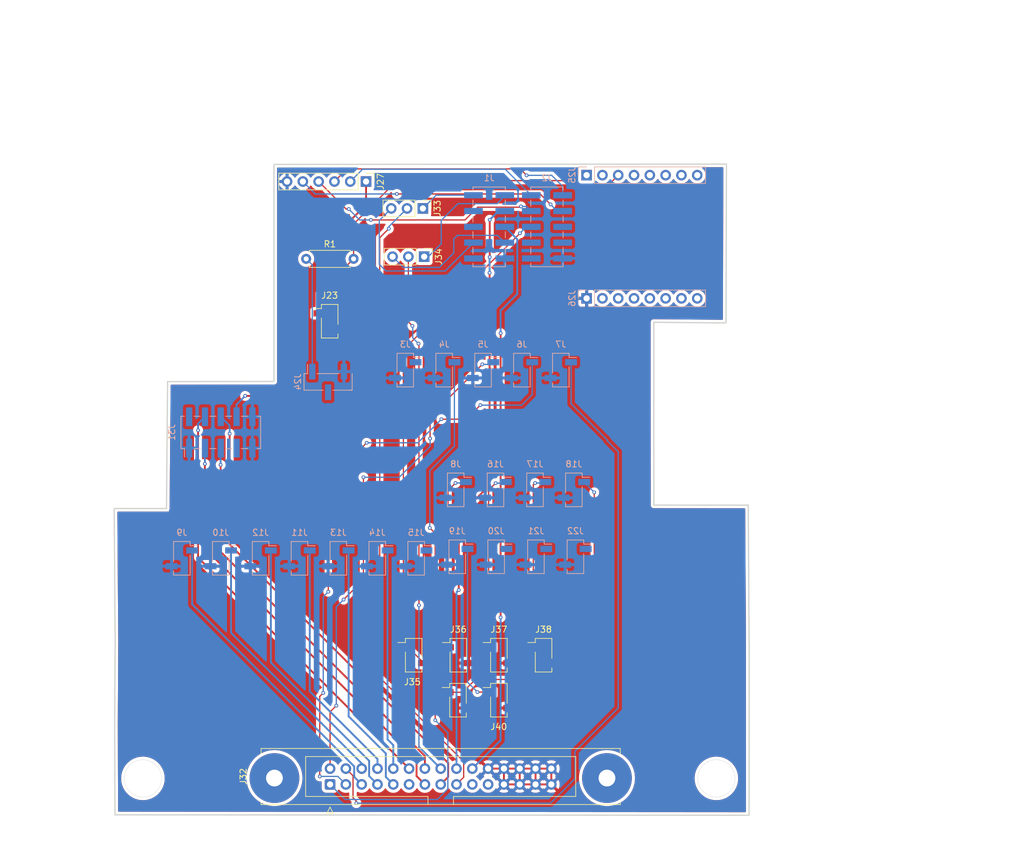
<source format=kicad_pcb>
(kicad_pcb (version 20240108) (generator "pcbnew") (generator_version "8.0")
  (layers (0 "F.Cu" signal) (31 "B.Cu" signal) (34 "B.Paste" user) (35 "F.Paste" user) (36 "B.SilkS" user "B.Silkscreen") (37 "F.SilkS" user "F.Silkscreen") (38 "B.Mask" user) (39 "F.Mask" user) (44 "Edge.Cuts" user))
  (net 0 "")
  (net 1 "/SERVO_1")
  (net 2 "/SERVO_0")
  (net 3 "/SERVO_7")
  (net 4 "/SERVO_6")
  (net 5 "GND")
  (net 6 "/SERVO_4")
  (net 7 "/SERVO_5")
  (net 8 "/5V")
  (net 9 "/SERVO_3")
  (net 10 "/SERVO_2")
  (net 11 "/PC5")
  (net 12 "/C_UV")
  (net 13 "/PC15")
  (net 15 "/M_Fan")
  (net 16 "/C_LED")
  (net 17 "/BED_SEL")
  (net 18 "/PB2")
  (net 19 "/C_HEPA")
  (net 20 "/B_T")
  (net 21 "/EX0_T")
  (net 22 "/EX1_T")
  (net 23 "/EX2_T")
  (net 24 "/EX3_T")
  (net 25 "Net-(J24-Pin_1)")
  (net 29 "/3v3")
  (net 30 "/PG8")
  (net 31 "/CT_Pin")
  (net 32 "/PB13")
  (net 33 "/PC3")
  (net 34 "/PG7")
  (net 35 "/PB12")
  (net 37 "/PD8")
  (net 38 "/PD9")
  (net 39 "/PD7")
  (net 41 "/PD10")
  (net 42 "/CL_0")
  (net 43 "/CL_2")
  (net 44 "/CL_3")
  (net 45 "/CL_1")
  (net 46 "/HSEL2")
  (net 47 "/HSEL6")
  (net 48 "/HSEL5")
  (net 49 "/SERVO_S2")
  (net 50 "/HSEL4")
  (net 51 "/SERVO_S1")
  (net 52 "/HSEL0")
  (net 54 "/HSEL3")
  (net 55 "/HSEL1")
  (net 57 "/X_MIN")
  (net 58 "/Y_MIN")
  (net 59 "/Z_MIN")
  (net 60 "/I_MIN")
  (net 61 "/J_MIN")
  (net 62 "/K_MIN")
  (net 63 "/L_MIN")
  (net 64 "/M_MIN")
  (net 65 "/3V3")
  (footprint "Connector_PinHeader_2.54mm:PinHeader_1x03_P2.54mm_Vertical" (layer "F.Cu") (at 138.54 54.5 -90)
    (property "Reference" "J34")
    (property "Value" "Servo_S1(0,6)")
  )
  (footprint "Connector_PinSocket_2.54mm:PinSocket_1x02_P2.54mm_Vertical_SMD_Pin1Left" (layer "F.Cu") (at 143.975 125.775)
    (property "Reference" "J39" (hide yes))
    (property "Value" "I_ENDSTOP" (hide yes))
  )
  (footprint "Connector_IDC:IDC-Header_2x15-1MP_P2.54mm_Latch_Vertical" (layer "F.Cu") (at 123.415 139.315 90)
    (property "Reference" "J32")
    (property "Value" "DIGTAL_PIN_HEAD_CONNECTOR")
  )
  (footprint "Resistor_THT:R_Axial_DIN0207_L6.3mm_D2.5mm_P7.62mm_Horizontal" (layer "F.Cu") (at 119.575 54.85)
    (property "Reference" "R1")
    (property "Value" "R")
  )
  (footprint "Connector_PinSocket_2.54mm:PinSocket_1x02_P2.54mm_Vertical_SMD_Pin1Left" (layer "F.Cu") (at 150.55 118.55)
    (property "Reference" "J37")
    (property "Value" "Y_ENDSTOP")
  )
  (footprint "Connector_PinSocket_2.54mm:PinSocket_1x02_P2.54mm_Vertical_SMD_Pin1Left" (layer "F.Cu") (at 136.85 118.55)
    (property "Reference" "J35")
    (property "Value" "Bed_T")
  )
  (footprint "Connector_PinSocket_2.54mm:PinSocket_1x02_P2.54mm_Vertical_SMD_Pin1Left" (layer "F.Cu") (at 123.35 64.875)
    (property "Reference" "J23")
    (property "Value" "CHMABER_T")
  )
  (footprint "Connector_PinHeader_2.54mm:PinHeader_1x06_P2.54mm_Vertical" (layer "F.Cu") (at 129.2 42.425 -90)
    (property "Reference" "J27")
    (property "Value" "Relay")
  )
  (footprint "Connector_PinHeader_2.54mm:PinHeader_1x03_P2.54mm_Vertical" (layer "F.Cu") (at 138.33 46.75 -90)
    (property "Reference" "J33")
    (property "Value" "Servo_S1(1,7)")
  )
  (footprint "Connector_PinSocket_2.54mm:PinSocket_1x02_P2.54mm_Vertical_SMD_Pin1Left" (layer "F.Cu") (at 150.55 125.775)
    (property "Reference" "J40")
    (property "Value" "J_ENDSTOP")
  )
  (footprint "Connector_PinSocket_2.54mm:PinSocket_1x02_P2.54mm_Vertical_SMD_Pin1Left" (layer "F.Cu") (at 157.725 118.55)
    (property "Reference" "J38")
    (property "Value" "Z_ENDSTOP")
  )
  (footprint "Connector_PinSocket_2.54mm:PinSocket_1x02_P2.54mm_Vertical_SMD_Pin1Left" (layer "F.Cu") (at 144.025 118.55)
    (property "Reference" "J36")
    (property "Value" "X_ENDSTOP")
  )
  (footprint "Connector_PinSocket_2.54mm:PinSocket_1x02_P2.54mm_Vertical_SMD_Pin1Left" (layer "B.Cu") (at 148 72.73 180)
    (property "Reference" "J5")
    (property "Value" "EXT1_T")
  )
  (footprint "Connector_PinHeader_2.54mm:PinHeader_1x08_P2.54mm_Vertical" (layer "B.Cu") (at 164.645 41.4 -90)
    (property "Reference" "J25")
    (property "Value" "TOP")
  )
  (footprint "Connector_PinSocket_2.54mm:PinSocket_1x02_P2.54mm_Vertical_SMD_Pin1Left" (layer "B.Cu") (at 131 102.98 180)
    (property "Reference" "J14")
    (property "Value" "Hsel_5")
  )
  (footprint "Connector_PinSocket_2.54mm:PinSocket_1x02_P2.54mm_Vertical_SMD_Pin1Left" (layer "B.Cu") (at 105.85 102.98 180)
    (property "Reference" "J10")
    (property "Value" "Hsel_1")
  )
  (footprint "Connector_PinSocket_2.54mm:PinSocket_1x02_P2.54mm_Vertical_SMD_Pin1Left" (layer "B.Cu") (at 124.75 102.98 180)
    (property "Reference" "J13")
    (property "Value" "Hsel_4")
  )
  (footprint "Connector_PinSocket_2.54mm:PinSocket_1x02_P2.54mm_Vertical_SMD_Pin1Left" (layer "B.Cu") (at 150.1 102.73 180)
    (property "Reference" "J20")
    (property "Value" "K_MIN")
  )
  (footprint "Connector_PinSocket_2.54mm:PinSocket_1x02_P2.54mm_Vertical_SMD_Pin1Left" (layer "B.Cu") (at 162.85 102.73 180)
    (property "Reference" "J22")
    (property "Value" "M_MIN")
  )
  (footprint "Connector_PinSocket_2.54mm:PinSocket_1x02_P2.54mm_Vertical_SMD_Pin1Left" (layer "B.Cu") (at 112.25 102.98 180)
    (property "Reference" "J12")
    (property "Value" "Hsel_2")
  )
  (footprint "Connector_PinSocket_2.54mm:PinSocket_2x05_P2.54mm_Vertical_SMD" (layer "B.Cu") (at 158.27 49.71 180)
    (property "Reference" "J2")
    (property "Value" "EXP2")
  )
  (footprint "Connector_PinSocket_2.54mm:PinSocket_1x02_P2.54mm_Vertical_SMD_Pin1Left" (layer "B.Cu") (at 137.25 102.98 180)
    (property "Reference" "J15")
    (property "Value" "Hsel_6")
  )
  (footprint "Connector_PinSocket_2.54mm:PinSocket_1x02_P2.54mm_Vertical_SMD_Pin1Left" (layer "B.Cu") (at 160.5 72.73 180)
    (property "Reference" "J7")
    (property "Value" "EXT3_T")
  )
  (footprint "Connector_PinSocket_2.54mm:PinSocket_1x02_P2.54mm_Vertical_SMD_Pin1Left" (layer "B.Cu") (at 156.5 102.73 180)
    (property "Reference" "J21")
    (property "Value" "L_MIN")
  )
  (footprint "Connector_PinSocket_2.54mm:PinSocket_1x02_P2.54mm_Vertical_SMD_Pin1Left" (layer "B.Cu") (at 135.5 72.73 180)
    (property "Reference" "J3")
    (property "Value" "BED_T")
  )
  (footprint "Connector_PinHeader_2.54mm:PinHeader_1x08_P2.54mm_Vertical" (layer "B.Cu") (at 164.645 61.2 -90)
    (property "Reference" "J26")
    (property "Value" "Bottom")
  )
  (footprint "Connector_PinSocket_2.54mm:PinSocket_1x02_P2.54mm_Vertical_SMD_Pin1Left" (layer "B.Cu") (at 118.5 102.98 180)
    (property "Reference" "J11")
    (property "Value" "Hsel_3")
  )
  (footprint "Connector_PinSocket_2.54mm:PinSocket_2x05_P2.54mm_Vertical_SMD" (layer "B.Cu") (at 148.98 49.71 180)
    (property "Reference" "J1")
    (property "Value" "EXP1")
  )
  (footprint "Connector_PinHeader_2.54mm:PinHeader_1x03_P2.54mm_Vertical_SMD_Pin1Left" (layer "B.Cu") (at 123.1 74.63 -90)
    (property "Reference" "J24")
    (property "Value" "Power")
  )
  (footprint "Connector_PinSocket_2.54mm:PinSocket_1x02_P2.54mm_Vertical_SMD_Pin1Left" (layer "B.Cu") (at 154.25 72.73 180)
    (property "Reference" "J6")
    (property "Value" "EXT2_T")
  )
  (footprint "Connector_PinSocket_2.54mm:PinSocket_1x02_P2.54mm_Vertical_SMD_Pin1Left" (layer "B.Cu") (at 143.85 102.73 180)
    (property "Reference" "J19")
    (property "Value" "J_MIN")
  )
  (footprint "Connector_PinSocket_2.54mm:PinSocket_1x02_P2.54mm_Vertical_SMD_Pin1Left" (layer "B.Cu") (at 156.35 91.98 180)
    (property "Reference" "J17")
    (property "Value" "Z_MIN")
  )
  (footprint "Connector_PinSocket_2.54mm:PinSocket_1x02_P2.54mm_Vertical_SMD_Pin1Left" (layer "B.Cu") (at 162.6 91.98 180)
    (property "Reference" "J18")
    (property "Value" "I_MIN")
  )
  (footprint "Connector_PinSocket_2.54mm:PinSocket_1x02_P2.54mm_Vertical_SMD_Pin1Left" (layer "B.Cu") (at 150 91.98 180)
    (property "Reference" "J16")
    (property "Value" "Y_MIN")
  )
  (footprint "Connector_PinSocket_2.54mm:PinSocket_1x02_P2.54mm_Vertical_SMD_Pin1Left" (layer "B.Cu") (at 143.6 91.98 180)
    (property "Reference" "J8")
    (property "Value" "X_MIN")
  )
  (footprint "Connector_PinSocket_2.54mm:PinSocket_2x05_P2.54mm_Vertical_SMD" (layer "B.Cu") (at 105.85 82.75 -90)
    (property "Reference" "J31")
    (property "Value" "Conn_02x05_Counter_Clockwise")
  )
  (footprint "Connector_PinSocket_2.54mm:PinSocket_1x02_P2.54mm_Vertical_SMD_Pin1Left" (layer "B.Cu") (at 141.75 72.73 180)
    (property "Reference" "J4")
    (property "Value" "EXT0_T")
  )
  (footprint "Connector_PinSocket_2.54mm:PinSocket_1x02_P2.54mm_Vertical_SMD_Pin1Left" (layer "B.Cu") (at 99.6 102.98 180)
    (property "Reference" "J9")
    (property "Value" "Hsel_0")
  )
  (gr_line (start 114.4 74.55) (end 114.4 42.65) (stroke (width 0.2)) (layer "Edge.Cuts"))
  (gr_line (start 190.627 94.4372) (end 190.753871 116.332) (stroke (width 0.2)) (layer "Edge.Cuts"))
  (gr_line (start 187.1218 39.624) (end 187.0456 65.151) (stroke (width 0.2)) (layer "Edge.Cuts"))
  (gr_line (start 190.75 144.275) (end 88.85 144.2) (stroke (width 0.2)) (layer "Edge.Cuts"))
  (gr_line (start 97.3 74.575) (end 114.4 74.55) (stroke (width 0.2)) (layer "Edge.Cuts"))
  (gr_line (start 190.775 117.35) (end 190.775 117.35) (stroke (width 0.2)) (layer "Edge.Cuts"))
  (gr_line (start 114.4 42.65) (end 114.4 39.675) (stroke (width 0.2)) (layer "Edge.Cuts"))
  (gr_line (start 187.0456 65.151) (end 175.437799 65.049498) (stroke (width 0.2)) (layer "Edge.Cuts"))
  (gr_line (start 88.8746 116.3066) (end 88.7222 94.9706) (stroke (width 0.2)) (layer "Edge.Cuts"))
  (gr_line (start 88.7222 94.9706) (end 97.125 94.975) (stroke (width 0.2)) (layer "Edge.Cuts"))
  (gr_line (start 175.45 94.425) (end 190.627001 94.43734) (stroke (width 0.2)) (layer "Edge.Cuts"))
  (gr_line (start 97.125 94.975) (end 97.3 74.575) (stroke (width 0.2)) (layer "Edge.Cuts"))
  (gr_line (start 190.775 117.35) (end 190.75 144.275) (stroke (width 0.2)) (layer "Edge.Cuts"))
  (gr_line (start 175.4378 65.0494) (end 175.4378 77.7494) (stroke (width 0.2)) (layer "Edge.Cuts"))
  (gr_line (start 190.753871 116.332) (end 190.775 117.35) (stroke (width 0.2)) (layer "Edge.Cuts"))
  (gr_line (start 88.8 129.9) (end 88.8746 116.3066) (stroke (width 0.2)) (layer "Edge.Cuts"))
  (gr_circle (center 93.34 138.35) (end 96.34 138.35) (stroke (width 0.05)) (fill none) (layer "Edge.Cuts"))
  (gr_circle (center 185.5 138.35) (end 188.5 138.35) (stroke (width 0.05)) (fill none) (layer "Edge.Cuts"))
  (gr_line (start 175.4378 77.7494) (end 175.45 94.425) (stroke (width 0.2)) (layer "Edge.Cuts"))
  (gr_line (start 88.85 144.2) (end 88.8 129.9) (stroke (width 0.2)) (layer "Edge.Cuts"))
  (gr_line (start 114.4 39.675) (end 187.1218 39.624) (stroke (width 0.2)) (layer "Edge.Cuts"))
  (segment (start 140.45 44.63) (end 138.33 46.75) (width 0.2) (layer "B.Cu") (net 1))
  (segment (start 146.46 44.63) (end 140.45 44.63) (width 0.2) (layer "B.Cu") (net 1))
  (segment (start 143.975 45.975) (end 141.275 48.675) (width 0.2) (layer "B.Cu") (net 2))
  (segment (start 141.275 48.675) (end 141.275 52.425) (width 0.2) (layer "B.Cu") (net 2))
  (segment (start 139.2 54.5) (end 138.54 54.5) (width 0.2) (layer "B.Cu") (net 2))
  (segment (start 151.5 44.73) (end 150.255 45.975) (width 0.2) (layer "B.Cu") (net 2))
  (segment (start 151.5 44.63) (end 151.5 44.73) (width 0.2) (layer "B.Cu") (net 2))
  (segment (start 141.275 52.425) (end 139.2 54.5) (width 0.2) (layer "B.Cu") (net 2))
  (segment (start 150.255 45.975) (end 143.975 45.975) (width 0.2) (layer "B.Cu") (net 2))
  (segment (start 141.91 56.8) (end 146.46 52.25) (width 0.2) (layer "B.Cu") (net 3))
  (segment (start 133.25 46.75) (end 131.325 48.675) (width 0.2) (layer "B.Cu") (net 3))
  (segment (start 131.325 55.725) (end 132.4 56.8) (width 0.2) (layer "B.Cu") (net 3))
  (segment (start 132.4 56.8) (end 141.91 56.8) (width 0.2) (layer "B.Cu") (net 3))
  (segment (start 131.325 48.675) (end 131.325 55.725) (width 0.2) (layer "B.Cu") (net 3))
  (segment (start 150.325 51.075) (end 151.5 52.25) (width 0.2) (layer "B.Cu") (net 4))
  (segment (start 133.46 54.5) (end 135.185 56.225) (width 0.2) (layer "B.Cu") (net 4))
  (segment (start 143.3 53.9) (end 143.3 51.65) (width 0.2) (layer "B.Cu") (net 4))
  (segment (start 135.185 56.225) (end 140.975 56.225) (width 0.2) (layer "B.Cu") (net 4))
  (segment (start 143.875 51.075) (end 150.325 51.075) (width 0.2) (layer "B.Cu") (net 4))
  (segment (start 143.3 51.65) (end 143.875 51.075) (width 0.2) (layer "B.Cu") (net 4))
  (segment (start 140.975 56.225) (end 143.3 53.9) (width 0.2) (layer "B.Cu") (net 4))
  (segment (start 151.355 139.315) (end 151.355 136.775) (width 0.3) (layer "F.Cu") (net 5))
  (segment (start 158.975 136.775) (end 158.975 139.315) (width 0.3) (layer "F.Cu") (net 5))
  (segment (start 156.435 139.315) (end 158.975 139.315) (width 0.3) (layer "F.Cu") (net 5))
  (segment (start 153.895 139.315) (end 153.895 136.775) (width 0.3) (layer "F.Cu") (net 5))
  (segment (start 156.435 139.315) (end 156.435 136.775) (width 0.3) (layer "F.Cu") (net 5))
  (segment (start 151.355 139.315) (end 153.895 139.315) (width 0.3) (layer "F.Cu") (net 5))
  (segment (start 153.895 139.315) (end 156.435 139.315) (width 0.3) (layer "F.Cu") (net 5))
  (segment (start 148.815 136.775) (end 151.355 139.315) (width 0.3) (layer "F.Cu") (net 5))
  (segment (start 148.815 136.775) (end 158.975 136.775) (width 0.3) (layer "F.Cu") (net 5))
  (segment (start 150.825 66.8) (end 150.825 112.475) (width 0.3) (layer "F.Cu") (net 6))
  (via (at 150.825 112.475) (size 0.6) (drill 0.3) (layers "F.Cu" "B.Cu") (net 6))
  (via (at 150.825 66.8) (size 0.6) (drill 0.3) (layers "F.Cu" "B.Cu") (net 6))
  (segment (start 150.825 132.225) (end 146.275 136.775) (width 0.3) (layer "B.Cu") (net 6))
  (segment (start 151.075 62.925) (end 150.825 63.175) (width 0.3) (layer "B.Cu") (net 6))
  (segment (start 153.5 60.5) (end 151.075 62.925) (width 0.3) (layer "B.Cu") (net 6))
  (segment (start 150.825 63.175) (end 150.825 66.8) (width 0.3) (layer "B.Cu") (net 6))
  (segment (start 150.825 112.475) (end 150.825 132.225) (width 0.3) (layer "B.Cu") (net 6))
  (segment (start 151.5 49.71) (end 153.5 51.71) (width 0.3) (layer "B.Cu") (net 6))
  (segment (start 153.5 51.71) (end 153.5 58.2) (width 0.3) (layer "B.Cu") (net 6))
  (segment (start 153.5 58.2) (end 153.5 60.5) (width 0.3) (layer "B.Cu") (net 6))
  (segment (start 118.55 49.95) (end 116.2 52.3) (width 0.3) (layer "F.Cu") (net 8))
  (segment (start 129.2 42.425) (end 129.2 46.16) (width 0.3) (layer "F.Cu") (net 8))
  (segment (start 116.2 75.125) (end 114.45 76.875) (width 0.3) (layer "F.Cu") (net 8))
  (segment (start 114.45 76.875) (end 109.775 76.875) (width 0.3) (layer "F.Cu") (net 8))
  (segment (start 129.2 46.16) (end 125.535 49.825) (width 0.3) (layer "F.Cu") (net 8))
  (segment (start 118.675 49.825) (end 118.55 49.95) (width 0.2) (layer "F.Cu") (net 8))
  (segment (start 116.2 52.3) (end 116.2 75.125) (width 0.3) (layer "F.Cu") (net 8))
  (segment (start 125.535 49.825) (end 118.675 49.825) (width 0.3) (layer "F.Cu") (net 8))
  (via (at 109.775 76.875) (size 0.6) (drill 0.3) (layers "F.Cu" "B.Cu") (net 8))
  (segment (start 108.39 78.26) (end 108.39 80.23) (width 0.3) (layer "B.Cu") (net 8))
  (segment (start 109.775 76.875) (end 108.39 78.26) (width 0.3) (layer "B.Cu") (net 8))
  (segment (start 144.1 96.188604) (end 149.05 91.238604) (width 0.3) (layer "F.Cu") (net 10))
  (segment (start 149.075 50.375) (end 149.075 54.575) (width 0.3) (layer "F.Cu") (net 10))
  (segment (start 144.1 108.075) (end 144.1 96.188604) (width 0.3) (layer "F.Cu") (net 10))
  (segment (start 149.075 48.575) (end 149.075 50.375) (width 0.3) (layer "F.Cu") (net 10))
  (segment (start 149.05 91.238604) (end 149.05 57.1) (width 0.3) (layer "F.Cu") (net 10))
  (via (at 149.05 57.1) (size 0.6) (drill 0.3) (layers "F.Cu" "B.Cu") (net 10))
  (via (at 144.1 108.075) (size 0.6) (drill 0.3) (layers "F.Cu" "B.Cu") (net 10))
  (via (at 149.075 48.575) (size 0.6) (drill 0.3) (layers "F.Cu" "B.Cu") (net 10))
  (via (at 149.075 54.575) (size 0.6) (drill 0.3) (layers "F.Cu" "B.Cu") (net 10))
  (segment (start 150.48 47.17) (end 149.075 48.575) (width 0.3) (layer "B.Cu") (net 10))
  (segment (start 151.5 47.17) (end 150.48 47.17) (width 0.3) (layer "B.Cu") (net 10))
  (segment (start 143.735 108.44) (end 144.1 108.075) (width 0.3) (layer "B.Cu") (net 10))
  (segment (start 149.05 57.1) (end 149.05 54.6) (width 0.3) (layer "B.Cu") (net 10))
  (segment (start 143.735 136.775) (end 143.735 108.44) (width 0.3) (layer "B.Cu") (net 10))
  (segment (start 151.5 47.17) (end 150.555 47.17) (width 0.3) (layer "B.Cu") (net 10))
  (segment (start 149.05 54.6) (end 149.075 54.575) (width 0.3) (layer "B.Cu") (net 10))
  (segment (start 145.1 48.6) (end 147.15 46.55) (width 0.2) (layer "F.Cu") (net 12))
  (segment (start 147.15 46.55) (end 153.975 46.55) (width 0.2) (layer "F.Cu") (net 12))
  (segment (start 126.005 46.85) (end 121.58 42.425) (width 0.2) (layer "F.Cu") (net 12))
  (segment (start 129.975 48.6) (end 145.1 48.6) (width 0.2) (layer "F.Cu") (net 12))
  (segment (start 153.975 46.55) (end 154.1 46.425) (width 0.2) (layer "F.Cu") (net 12))
  (segment (start 126.42 46.85) (end 126.005 46.85) (width 0.2) (layer "F.Cu") (net 12))
  (via (at 154.1 46.425) (size 0.6) (drill 0.3) (layers "F.Cu" "B.Cu") (net 12))
  (via (at 126.42 46.85) (size 0.6) (drill 0.3) (layers "F.Cu" "B.Cu") (net 12))
  (via (at 129.975 48.6) (size 0.6) (drill 0.3) (layers "F.Cu" "B.Cu") (net 12))
  (segment (start 126.42 46.85) (end 128.17 48.6) (width 0.2) (layer "B.Cu") (net 12))
  (segment (start 128.17 48.6) (end 129.975 48.6) (width 0.2) (layer "B.Cu") (net 12))
  (segment (start 154.1 46.425) (end 155.005 46.425) (width 0.2) (layer "B.Cu") (net 12))
  (segment (start 155.005 46.425) (end 155.75 47.17) (width 0.2) (layer "B.Cu") (net 12))
  (segment (start 155.75 47.17) (end 155.33 47.17) (width 0.2) (layer "B.Cu") (net 12))
  (segment (start 158.85 46.1) (end 157.175 44.425) (width 0.2) (layer "F.Cu") (net 15))
  (segment (start 157.175 44.425) (end 134.15 44.425) (width 0.2) (layer "F.Cu") (net 15))
  (via (at 158.85 46.1) (size 0.6) (drill 0.3) (layers "F.Cu" "B.Cu") (net 15))
  (via (at 134.15 44.425) (size 0.6) (drill 0.3) (layers "F.Cu" "B.Cu") (net 15))
  (segment (start 134.15 44.425) (end 121.04 44.425) (width 0.2) (layer "B.Cu") (net 15))
  (segment (start 160.79 47.17) (end 159.92 47.17) (width 0.2) (layer "B.Cu") (net 15))
  (segment (start 159.92 47.17) (end 158.85 46.1) (width 0.2) (layer "B.Cu") (net 15))
  (segment (start 121.04 44.425) (end 119.04 42.425) (width 0.2) (layer "B.Cu") (net 15))
  (segment (start 155.75 44.63) (end 154.495 44.63) (width 0.2) (layer "B.Cu") (net 16))
  (segment (start 151.57 40.45) (end 128.635 40.45) (width 0.2) (layer "B.Cu") (net 16))
  (segment (start 155.75 44.63) (end 151.57 40.45) (width 0.2) (layer "B.Cu") (net 16))
  (segment (start 128.635 40.45) (end 126.66 42.425) (width 0.2) (layer "B.Cu") (net 16))
  (segment (start 135.96 117.28) (end 138.5 119.82) (width 0.2) (layer "F.Cu") (net 17))
  (segment (start 135.2 69.475) (end 153.925 50.75) (width 0.2) (layer "F.Cu") (net 17))
  (segment (start 135.2 117.28) (end 135.2 69.475) (width 0.2) (layer "F.Cu") (net 17))
  (segment (start 135.2 117.28) (end 135.96 117.28) (width 0.2) (layer "F.Cu") (net 17))
  (via (at 153.925 50.75) (size 0.6) (drill 0.3) (layers "F.Cu" "B.Cu") (net 17))
  (segment (start 154.965 49.71) (end 155.75 49.71) (width 0.2) (layer "B.Cu") (net 17))
  (segment (start 153.925 50.75) (end 154.965 49.71) (width 0.2) (layer "B.Cu") (net 17))
  (segment (start 153.970855 40.4) (end 126.145 40.4) (width 0.2) (layer "F.Cu") (net 19))
  (segment (start 155.002298 41.431443) (end 153.970855 40.4) (width 0.2) (layer "F.Cu") (net 19))
  (segment (start 126.145 40.4) (end 124.12 42.425) (width 0.2) (layer "F.Cu") (net 19))
  (via (at 155.002298 41.431443) (size 0.6) (drill 0.3) (layers "F.Cu" "B.Cu") (net 19))
  (segment (start 160.79 43.195) (end 159.026443 41.431443) (width 0.2) (layer "B.Cu") (net 19))
  (segment (start 160.79 44.63) (end 160.79 43.195) (width 0.2) (layer "B.Cu") (net 19))
  (segment (start 159.026443 41.431443) (end 155.002298 41.431443) (width 0.2) (layer "B.Cu") (net 19))
  (segment (start 140.31 98.96) (end 140.31 124.29) (width 0.2) (layer "F.Cu") (net 21))
  (segment (start 140.31 124.29) (end 140.31 128.99) (width 0.2) (layer "F.Cu") (net 21))
  (segment (start 139.44 98.09) (end 140.31 98.96) (width 0.2) (layer "F.Cu") (net 21))
  (segment (start 140.31 128.99) (end 140.32 129) (width 0.2) (layer "F.Cu") (net 21))
  (via (at 139.44 98.09) (size 0.6) (drill 0.3) (layers "F.Cu" "B.Cu") (net 21))
  (via (at 140.32 129) (size 0.6) (drill 0.3) (layers "F.Cu" "B.Cu") (net 21))
  (segment (start 140.65 141.73) (end 125.83 141.73) (width 0.2) (layer "B.Cu") (net 21))
  (segment (start 125.83 141.73) (end 123.415 139.315) (width 0.2) (layer "B.Cu") (net 21))
  (segment (start 139.44 88.89) (end 139.44 98.09) (width 0.2) (layer "B.Cu") (net 21))
  (segment (start 142.345 140.035) (end 140.65 141.73) (width 0.2) (layer "B.Cu") (net 21))
  (segment (start 140.37 87.96) (end 139.44 88.89) (width 0.2) (layer "B.Cu") (net 21))
  (segment (start 142.345 131.025) (end 142.345 140.035) (width 0.2) (layer "B.Cu") (net 21))
  (segment (start 143.4 84.93) (end 140.37 87.96) (width 0.2) (layer "B.Cu") (net 21))
  (segment (start 143.4 71.46) (end 143.4 84.93) (width 0.2) (layer "B.Cu") (net 21))
  (segment (start 140.32 129) (end 142.345 131.025) (width 0.2) (layer "B.Cu") (net 21))
  (segment (start 123.415 136.775) (end 123.415 127.655) (width 0.2) (layer "F.Cu") (net 22))
  (segment (start 123.415 127.655) (end 124.42 126.65) (width 0.2) (layer "F.Cu") (net 22))
  (segment (start 128.78 106.42) (end 128.78 89.95) (width 0.2) (layer "F.Cu") (net 22))
  (segment (start 139.49 83.72) (end 139.49 80.2) (width 0.2) (layer "F.Cu") (net 22))
  (segment (start 139.49 80.2) (end 147.88 71.81) (width 0.2) (layer "F.Cu") (net 22))
  (segment (start 125.59 109.61) (end 128.78 106.42) (width 0.2) (layer "F.Cu") (net 22))
  (via (at 125.59 109.61) (size 0.6) (drill 0.3) (layers "F.Cu" "B.Cu") (net 22))
  (via (at 139.49 83.72) (size 0.6) (drill 0.3) (layers "F.Cu" "B.Cu") (net 22))
  (via (at 147.88 71.81) (size 0.6) (drill 0.3) (layers "F.Cu" "B.Cu") (net 22))
  (via (at 128.78 89.95) (size 0.6) (drill 0.3) (layers "F.Cu" "B.Cu") (net 22))
  (via (at 124.42 126.65) (size 0.6) (drill 0.3) (layers "F.Cu" "B.Cu") (net 22))
  (segment (start 149.3 71.81) (end 149.65 71.46) (width 0.2) (layer "B.Cu") (net 22))
  (segment (start 139.49 83.72) (end 139.49 84.99) (width 0.2) (layer "B.Cu") (net 22))
  (segment (start 147.88 71.81) (end 149.3 71.81) (width 0.2) (layer "B.Cu") (net 22))
  (segment (start 124.42 110.78) (end 125.59 109.61) (width 0.2) (layer "B.Cu") (net 22))
  (segment (start 124.42 126.65) (end 124.42 110.78) (width 0.2) (layer "B.Cu") (net 22))
  (segment (start 139.49 84.99) (end 134.53 89.95) (width 0.2) (layer "B.Cu") (net 22))
  (segment (start 134.53 89.95) (end 128.78 89.95) (width 0.2) (layer "B.Cu") (net 22))
  (segment (start 121.76 138.03) (end 121.76 125.17) (width 0.2) (layer "F.Cu") (net 23))
  (segment (start 145.31 80.62) (end 147.57 78.36) (width 0.2) (layer "F.Cu") (net 23))
  (segment (start 123.13 90.58) (end 129.3 84.41) (width 0.2) (layer "F.Cu") (net 23))
  (segment (start 123.13 108.35) (end 123.13 90.58) (width 0.2) (layer "F.Cu") (net 23))
  (segment (start 141.31 80.62) (end 145.31 80.62) (width 0.2) (layer "F.Cu") (net 23))
  (segment (start 121.76 125.17) (end 122.32 124.61) (width 0.2) (layer "F.Cu") (net 23))
  (via (at 129.3 84.41) (size 0.6) (drill 0.3) (layers "F.Cu" "B.Cu") (net 23))
  (via (at 123.13 108.35) (size 0.6) (drill 0.3) (layers "F.Cu" "B.Cu") (net 23))
  (via (at 141.31 80.62) (size 0.6) (drill 0.3) (layers "F.Cu" "B.Cu") (net 23))
  (via (at 147.57 78.36) (size 0.6) (drill 0.3) (layers "F.Cu" "B.Cu") (net 23))
  (via (at 121.76 138.03) (size 0.6) (drill 0.3) (layers "F.Cu" "B.Cu") (net 23))
  (via (at 122.32 124.61) (size 0.6) (drill 0.3) (layers "F.Cu" "B.Cu") (net 23))
  (segment (start 122.32 124.61) (end 122.32 109.16) (width 0.2) (layer "B.Cu") (net 23))
  (segment (start 147.57 78.36) (end 154.2 78.36) (width 0.2) (layer "B.Cu") (net 23))
  (segment (start 129.3 84.41) (end 137.52 84.41) (width 0.2) (layer "B.Cu") (net 23))
  (segment (start 125.955 139.315) (end 124.67 138.03) (width 0.2) (layer "B.Cu") (net 23))
  (segment (start 154.2 78.36) (end 155.9 76.66) (width 0.2) (layer "B.Cu") (net 23))
  (segment (start 155.9 76.66) (end 155.9 71.46) (width 0.2) (layer "B.Cu") (net 23))
  (segment (start 122.32 109.16) (end 123.13 108.35) (width 0.2) (layer "B.Cu") (net 23))
  (segment (start 137.52 84.41) (end 141.31 80.62) (width 0.2) (layer "B.Cu") (net 23))
  (segment (start 124.67 138.03) (end 121.76 138.03) (width 0.2) (layer "B.Cu") (net 23))
  (segment (start 127.64 142) (end 127.105 141.465) (width 0.2) (layer "F.Cu") (net 24))
  (segment (start 127.105 137.925) (end 125.955 136.775) (width 0.2) (layer "F.Cu") (net 24))
  (segment (start 127.105 141.465) (end 127.105 137.925) (width 0.2) (layer "F.Cu") (net 24))
  (segment (start 127.64 142.33) (end 127.64 142) (width 0.2) (layer "F.Cu") (net 24))
  (via (at 127.64 142.33) (size 0.6) (drill 0.3) (layers "F.Cu" "B.Cu") (net 24))
  (segment (start 169.72 126.45) (end 169.72 127.04) (width 0.2) (layer "B.Cu") (net 24))
  (segment (start 162.15 71.46) (end 162.15 78.14) (width 0.2) (layer "B.Cu") (net 24))
  (segment (start 167.95 83.94) (end 167.95 84.08) (width 0.2) (layer "B.Cu") (net 24))
  (segment (start 167.95 84.08) (end 169.72 85.85) (width 0.2) (layer "B.Cu") (net 24))
  (segment (start 162.77 133.99) (end 162.77 134.1) (width 0.2) (layer "B.Cu") (net 24))
  (segment (start 162.15 78.14) (end 167.95 83.94) (width 0.2) (layer "B.Cu") (net 24))
  (segment (start 162.77 134.1) (end 162.77 138.41) (width 0.2) (layer "B.Cu") (net 24))
  (segment (start 158.85 142.33) (end 127.64 142.33) (width 0.2) (layer "B.Cu") (net 24))
  (segment (start 169.72 127.04) (end 163.43 133.33) (width 0.2) (layer "B.Cu") (net 24))
  (segment (start 169.72 85.85) (end 169.72 126.45) (width 0.2) (layer "B.Cu") (net 24))
  (segment (start 163.43 133.33) (end 162.77 133.99) (width 0.2) (layer "B.Cu") (net 24))
  (segment (start 159.36 141.82) (end 158.85 142.33) (width 0.2) (layer "B.Cu") (net 24))
  (segment (start 162.77 138.41) (end 159.36 141.82) (width 0.2) (layer "B.Cu") (net 24))
  (segment (start 120.56 72.98) (end 120.56 55.835) (width 0.2) (layer "B.Cu") (net 25))
  (segment (start 120.56 55.835) (end 119.575 54.85) (width 0.2) (layer "B.Cu") (net 25))
  (segment (start 127.195 49.255) (end 127.195 49.475) (width 0.2) (layer "F.Cu") (net 31))
  (segment (start 134.175 42.275) (end 127.195 49.255) (width 0.2) (layer "F.Cu") (net 31))
  (segment (start 167.85 43.275) (end 163.275 43.275) (width 0.2) (layer "F.Cu") (net 31))
  (segment (start 121.7 60.345) (end 127.195 54.85) (width 0.2) (layer "F.Cu") (net 31))
  (segment (start 121.7 63.605) (end 121.7 60.345) (width 0.2) (layer "F.Cu") (net 31))
  (segment (start 163.275 43.275) (end 162.275 42.275) (width 0.2) (layer "F.Cu") (net 31))
  (segment (start 162.275 42.275) (end 134.175 42.275) (width 0.2) (layer "F.Cu") (net 31))
  (segment (start 169.725 41.4) (end 167.85 43.275) (width 0.2) (layer "F.Cu") (net 31))
  (segment (start 127.195 49.475) (end 127.195 54.85) (width 0.2) (layer "F.Cu") (net 31))
  (segment (start 102.2 102.86) (end 102.2 82.4) (width 0.3) (layer "F.Cu") (net 42))
  (segment (start 136.115 136.775) (end 102.2 102.86) (width 0.3) (layer "F.Cu") (net 42))
  (via (at 102.2 82.4) (size 0.6) (drill 0.3) (layers "F.Cu" "B.Cu") (net 42))
  (segment (start 102.2 82.4) (end 102.2 81.34) (width 0.3) (layer "B.Cu") (net 42))
  (segment (start 102.2 81.34) (end 103.31 80.23) (width 0.3) (layer "B.Cu") (net 42))
  (segment (start 103.31 80.23) (end 103.31 79.215) (width 0.3) (layer "B.Cu") (net 42))
  (segment (start 138.655 134.755) (end 132.475 128.575) (width 0.3) (layer "F.Cu") (net 43))
  (segment (start 138.655 136.775) (end 138.655 134.755) (width 0.3) (layer "F.Cu") (net 43))
  (segment (start 132.475 128.575) (end 105.825 101.925) (width 0.3) (layer "F.Cu") (net 43))
  (segment (start 105.825 101.925) (end 105.825 87.95) (width 0.3) (layer "F.Cu") (net 43))
  (via (at 105.825 87.95) (size 0.6) (drill 0.3) (layers "F.Cu" "B.Cu") (net 43))
  (segment (start 105.825 85.295) (end 105.85 85.27) (width 0.3) (layer "B.Cu") (net 43))
  (segment (start 105.825 87.95) (end 105.825 85.295) (width 0.3) (layer "B.Cu") (net 43))
  (segment (start 142.395 138.115) (end 142.395 135.87) (width 0.3) (layer "F.Cu") (net 44))
  (segment (start 141.195 139.315) (end 142.395 138.115) (width 0.3) (layer "F.Cu") (net 44))
  (segment (start 107.275 100.75) (end 107.275 82.95) (width 0.3) (layer "F.Cu") (net 44))
  (segment (start 142.395 135.87) (end 108.35 101.825) (width 0.3) (layer "F.Cu") (net 44))
  (segment (start 108.35 101.825) (end 107.275 100.75) (width 0.3) (layer "F.Cu") (net 44))
  (via (at 107.275 82.95) (size 0.6) (drill 0.3) (layers "F.Cu" "B.Cu") (net 44))
  (segment (start 107.275 82.95) (end 107.275 81.655) (width 0.3) (layer "B.Cu") (net 44))
  (segment (start 107.275 81.655) (end 105.85 80.23) (width 0.3) (layer "B.Cu") (net 44))
  (segment (start 103.3 101.4) (end 103.3 87.8) (width 0.3) (layer "F.Cu") (net 45))
  (segment (start 137.315 137.975) (end 137.315 135.415) (width 0.3) (layer "F.Cu") (net 45))
  (segment (start 138.655 139.315) (end 137.315 137.975) (width 0.3) (layer "F.Cu") (net 45))
  (segment (start 134.45 132.55) (end 103.3 101.4) (width 0.3) (layer "F.Cu") (net 45))
  (segment (start 137.315 135.415) (end 134.45 132.55) (width 0.3) (layer "F.Cu") (net 45))
  (via (at 103.3 87.8) (size 0.6) (drill 0.3) (layers "F.Cu" "B.Cu") (net 45))
  (segment (start 103.3 87.8) (end 103.3 85.28) (width 0.3) (layer "B.Cu") (net 45))
  (segment (start 103.3 85.28) (end 103.31 85.27) (width 0.3) (layer "B.Cu") (net 45))
  (segment (start 103.31 85.27) (end 103.31 86.27) (width 0.3) (layer "B.Cu") (net 45))
  (segment (start 113.9 119.725) (end 129.695 135.52) (width 0.3) (layer "B.Cu") (net 46))
  (segment (start 113.9 101.71) (end 113.9 119.725) (width 0.3) (layer "B.Cu") (net 46))
  (segment (start 129.695 135.52) (end 129.695 137.975) (width 0.3) (layer "B.Cu") (net 46))
  (segment (start 129.695 137.975) (end 131.035 139.315) (width 0.3) (layer "B.Cu") (net 46))
  (segment (start 132.65 101.71) (end 132.65 132.075) (width 0.3) (layer "B.Cu") (net 48))
  (segment (start 133.575 133) (end 133.575 136.775) (width 0.3) (layer "B.Cu") (net 48))
  (segment (start 132.65 132.075) (end 133.575 133) (width 0.3) (layer "B.Cu") (net 48))
  (segment (start 131.4 51.45) (end 131.4 122.15) (width 0.2) (layer "F.Cu") (net 49))
  (segment (start 131.4 122.15) (end 144.885 135.635) (width 0.2) (layer "F.Cu") (net 49))
  (segment (start 144.885 135.635) (end 144.885 138.165) (width 0.2) (layer "F.Cu") (net 49))
  (segment (start 144.885 138.165) (end 143.735 139.315) (width 0.2) (layer "F.Cu") (net 49))
  (segment (start 132.85 50) (end 131.4 51.45) (width 0.2) (layer "F.Cu") (net 49))
  (via (at 132.85 50) (size 0.6) (drill 0.3) (layers "F.Cu" "B.Cu") (net 49))
  (segment (start 132.85 49.69) (end 132.85 50) (width 0.2) (layer "B.Cu") (net 49))
  (segment (start 135.79 46.75) (end 132.85 49.69) (width 0.2) (layer "B.Cu") (net 49))
  (segment (start 132.375 134.35) (end 132.375 138.115) (width 0.3) (layer "B.Cu") (net 50))
  (segment (start 126.4 101.71) (end 126.4 128.375) (width 0.3) (layer "B.Cu") (net 50))
  (segment (start 132.375 138.115) (end 133.575 139.315) (width 0.3) (layer "B.Cu") (net 50))
  (segment (start 126.4 128.375) (end 132.375 134.35) (width 0.3) (layer "B.Cu") (net 50))
  (segment (start 137.7 110.525) (end 137.7 69.7) (width 0.2) (layer "F.Cu") (net 51))
  (segment (start 137.625 68.475) (end 137.7 68.55) (width 0.2) (layer "F.Cu") (net 51))
  (segment (start 136 64.975) (end 136.65 65.625) (width 0.2) (layer "F.Cu") (net 51))
  (segment (start 137.7 68.55) (end 137.7 69.7) (width 0.2) (layer "F.Cu") (net 51))
  (segment (start 136 54.5) (end 136 64.975) (width 0.2) (layer "F.Cu") (net 51))
  (via (at 137.625 68.475) (size 0.6) (drill 0.3) (layers "F.Cu" "B.Cu") (net 51))
  (via (at 136.65 65.625) (size 0.6) (drill 0.3) (layers "F.Cu" "B.Cu") (net 51))
  (via (at 137.7 110.525) (size 0.6) (drill 0.3) (layers "F.Cu" "B.Cu") (net 51))
  (segment (start 136.7 67.55) (end 137.625 68.475) (width 0.2) (layer "B.Cu") (net 51))
  (segment (start 137.7 133.28) (end 137.7 110.525) (width 0.2) (layer "B.Cu") (net 51))
  (segment (start 136.65 65.625) (end 136.7 65.675) (width 0.2) (layer "B.Cu") (net 51))
  (segment (start 136.7 65.675) (end 136.7 67.55) (width 0.2) (layer "B.Cu") (net 51))
  (segment (start 141.195 136.775) (end 137.7 133.28) (width 0.3) (layer "B.Cu") (net 51))
  (segment (start 101.25 110.372943) (end 127.295 136.417943) (width 0.3) (layer "B.Cu") (net 52))
  (segment (start 101.25 101.71) (end 101.25 110.372943) (width 0.3) (layer "B.Cu") (net 52))
  (segment (start 127.295 138.115) (end 128.495 139.315) (width 0.3) (layer "B.Cu") (net 52))
  (segment (start 127.295 136.417943) (end 127.295 138.115) (width 0.3) (layer "B.Cu") (net 52))
  (segment (start 120.15 124.35) (end 131.035 135.235) (width 0.3) (layer "B.Cu") (net 54))
  (segment (start 131.035 135.235) (end 131.035 136.775) (width 0.3) (layer "B.Cu") (net 54))
  (segment (start 120.15 101.71) (end 120.15 124.35) (width 0.3) (layer "B.Cu") (net 54))
  (segment (start 107.5 114.95) (end 128.495 135.945) (width 0.3) (layer "B.Cu") (net 55))
  (segment (start 107.5 101.71) (end 107.5 114.95) (width 0.3) (layer "B.Cu") (net 55))
  (segment (start 128.495 135.945) (end 128.495 136.775) (width 0.3) (layer "B.Cu") (net 55))
  (segment (start 142.375 92.075) (end 143.575 90.875) (width 0.2) (layer "F.Cu") (net 57))
  (segment (start 142.375 117.28) (end 142.375 92.075) (width 0.2) (layer "F.Cu") (net 57))
  (via (at 143.575 90.875) (size 0.6) (drill 0.3) (layers "F.Cu" "B.Cu") (net 57))
  (segment (start 143.575 90.875) (end 145.085 90.875) (width 0.2) (layer "B.Cu") (net 57))
  (segment (start 145.085 90.875) (end 145.25 90.71) (width 0.2) (layer "B.Cu") (net 57))
  (segment (start 148.9 117.28) (end 148.9 92.025) (width 0.2) (layer "F.Cu") (net 58))
  (segment (start 148.9 92.025) (end 150.025 90.9) (width 0.2) (layer "F.Cu") (net 58))
  (via (at 150.025 90.9) (size 0.6) (drill 0.3) (layers "F.Cu" "B.Cu") (net 58))
  (segment (start 150.025 90.9) (end 151.46 90.9) (width 0.2) (layer "B.Cu") (net 58))
  (segment (start 151.46 90.9) (end 151.65 90.71) (width 0.2) (layer "B.Cu") (net 58))
  (segment (start 156.075 117.28) (end 156.075 91.175) (width 0.2) (layer "F.Cu") (net 59))
  (segment (start 156.075 91.175) (end 156.375 90.875) (width 0.2) (layer "F.Cu") (net 59))
  (via (at 156.375 90.875) (size 0.6) (drill 0.3) (layers "F.Cu" "B.Cu") (net 59))
  (segment (start 156.375 90.875) (end 157.835 90.875) (width 0.2) (layer "B.Cu") (net 59))
  (segment (start 157.835 90.875) (end 158 90.71) (width 0.2) (layer "B.Cu") (net 59))
  (segment (start 146.775 122.45) (end 161.1 122.45) (width 0.2) (layer "F.Cu") (net 60))
  (segment (start 161.1 122.45) (end 165.875 117.675) (width 0.2) (layer "F.Cu") (net 60))
  (segment (start 165.875 117.675) (end 165.875 92.375) (width 0.2) (layer "F.Cu") (net 60))
  (segment (start 142.325 124.505) (end 144.72 124.505) (width 0.2) (layer "F.Cu") (net 60))
  (segment (start 144.72 124.505) (end 146.775 122.45) (width 0.2) (layer "F.Cu") (net 60))
  (via (at 165.875 92.375) (size 0.6) (drill 0.3) (layers "F.Cu" "B.Cu") (net 60))
  (segment (start 164.25 90.71) (end 164.25 90.75) (width 0.2) (layer "B.Cu") (net 60))
  (segment (start 164.25 90.75) (end 165.875 92.375) (width 0.2) (layer "B.Cu") (net 60))
  (segment (start 147.1 124.475) (end 148.87 124.475) (width 0.2) (layer "F.Cu") (net 61))
  (segment (start 148.87 124.475) (end 148.9 124.505) (width 0.2) (layer "F.Cu") (net 61))
  (via (at 147.1 124.475) (size 0.6) (drill 0.3) (layers "F.Cu" "B.Cu") (net 61))
  (segment (start 145.5 101.46) (end 145.5 122.875) (width 0.2) (layer "B.Cu") (net 61))
  (segment (start 145.5 122.875) (end 147.1 124.475) (width 0.2) (layer "B.Cu") (net 61))
  (zone (net 5) (net_name "GND") (layers "F&B.Cu") (connect_pads (clearance 0.5)) (min_thickness 0.25) (fill yes (thermal_gap 0.5) (thermal_bridge_width 0.5))
    (polygon (pts (xy 114.64 39.93) (xy 186.81 39.83) (xy 186.79 64.76) (xy 175.14 64.76) (xy 175.14 94.87) (xy 190.23 94.87) (xy 190.26 143.84) (xy 89.18 143.86) (xy 89.07 95.45) (xy 97.54 95.45) (xy 97.64 75) (xy 114.69 75) (xy 114.57 39.93) (xy 114.69 39.93)))
  )
)
</source>
